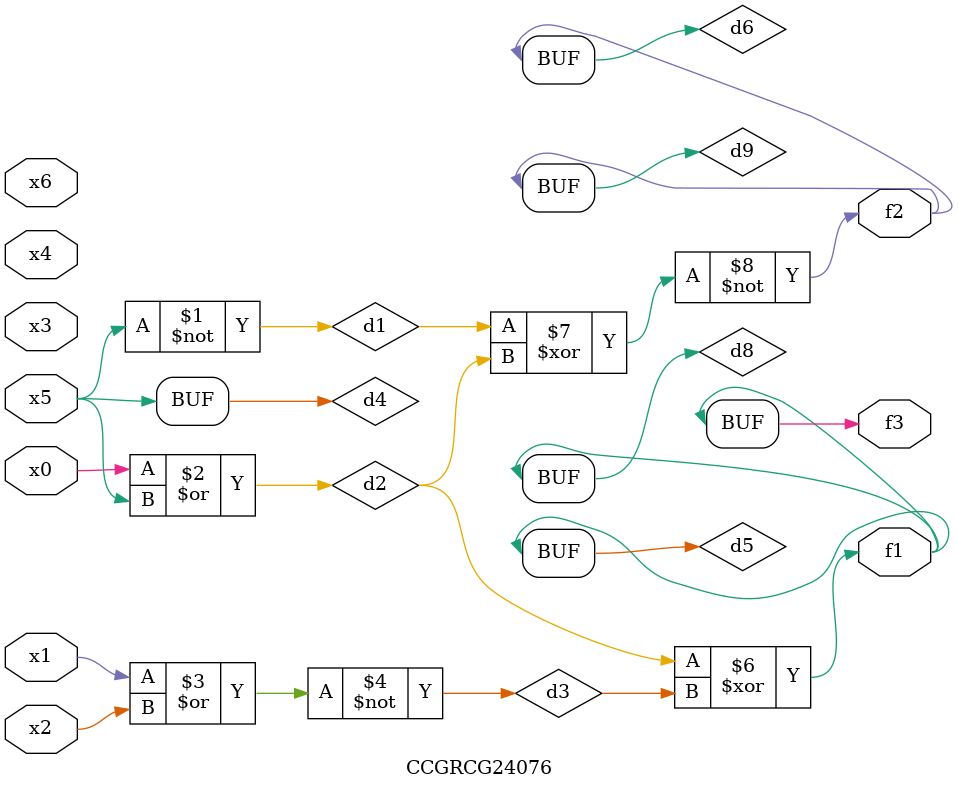
<source format=v>
module CCGRCG24076(
	input x0, x1, x2, x3, x4, x5, x6,
	output f1, f2, f3
);

	wire d1, d2, d3, d4, d5, d6, d7, d8, d9;

	nand (d1, x5);
	or (d2, x0, x5);
	nor (d3, x1, x2);
	xnor (d4, d1);
	xor (d5, d2, d3);
	xnor (d6, d1, d2);
	not (d7, x4);
	buf (d8, d5);
	xor (d9, d6);
	assign f1 = d8;
	assign f2 = d9;
	assign f3 = d8;
endmodule

</source>
